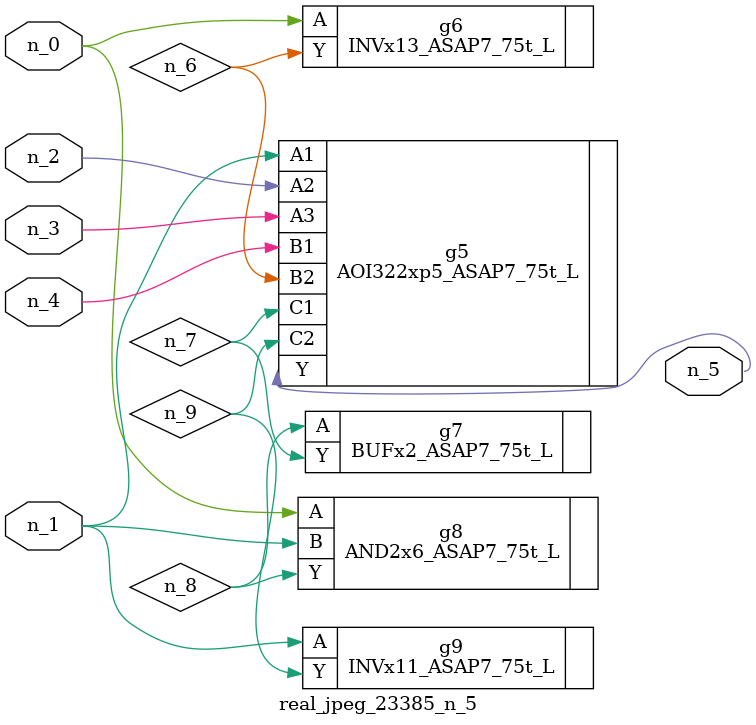
<source format=v>
module real_jpeg_23385_n_5 (n_4, n_0, n_1, n_2, n_3, n_5);

input n_4;
input n_0;
input n_1;
input n_2;
input n_3;

output n_5;

wire n_8;
wire n_6;
wire n_7;
wire n_9;

INVx13_ASAP7_75t_L g6 ( 
.A(n_0),
.Y(n_6)
);

AND2x6_ASAP7_75t_L g8 ( 
.A(n_0),
.B(n_1),
.Y(n_8)
);

AOI322xp5_ASAP7_75t_L g5 ( 
.A1(n_1),
.A2(n_2),
.A3(n_3),
.B1(n_4),
.B2(n_6),
.C1(n_7),
.C2(n_9),
.Y(n_5)
);

INVx11_ASAP7_75t_L g9 ( 
.A(n_1),
.Y(n_9)
);

BUFx2_ASAP7_75t_L g7 ( 
.A(n_8),
.Y(n_7)
);


endmodule
</source>
